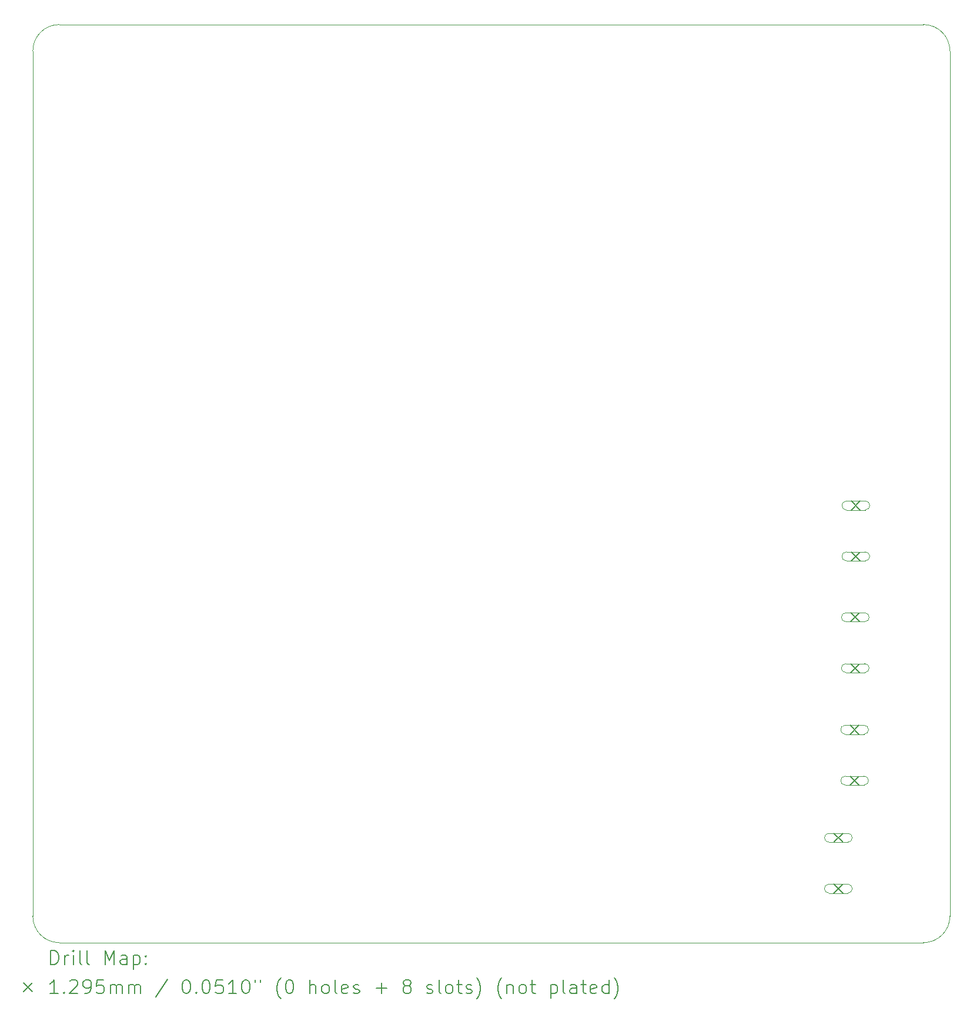
<source format=gbr>
%TF.GenerationSoftware,KiCad,Pcbnew,8.0.6*%
%TF.CreationDate,2025-05-16T10:58:13-04:00*%
%TF.ProjectId,3 - Charge_Pre-Amplifier,33202d20-4368-4617-9267-655f5072652d,rev?*%
%TF.SameCoordinates,Original*%
%TF.FileFunction,Drillmap*%
%TF.FilePolarity,Positive*%
%FSLAX45Y45*%
G04 Gerber Fmt 4.5, Leading zero omitted, Abs format (unit mm)*
G04 Created by KiCad (PCBNEW 8.0.6) date 2025-05-16 10:58:13*
%MOMM*%
%LPD*%
G01*
G04 APERTURE LIST*
%ADD10C,0.050000*%
%ADD11C,0.200000*%
%ADD12C,0.129540*%
%ADD13C,0.100000*%
G04 APERTURE END LIST*
D10*
X21082000Y-18161000D02*
G75*
G02*
X20701000Y-17780000I0J381000D01*
G01*
X21082000Y-4953000D02*
X32893000Y-4953000D01*
X20701000Y-17780000D02*
X20701000Y-7747000D01*
X33909000Y-5334000D02*
X33909000Y-17780000D01*
X33909000Y-17780000D02*
G75*
G02*
X33528000Y-18161000I-381000J0D01*
G01*
X32893000Y-18161000D02*
X21082000Y-18161000D01*
X20701000Y-7747000D02*
X20701000Y-5334000D01*
X33528000Y-4953000D02*
G75*
G02*
X33909000Y-5334000I0J-381000D01*
G01*
X32893000Y-18161000D02*
X33528000Y-18161000D01*
X20701000Y-5334000D02*
G75*
G02*
X21082000Y-4953000I381000J0D01*
G01*
X32893000Y-4953000D02*
X33528000Y-4953000D01*
D11*
D12*
X32237230Y-16587250D02*
X32366770Y-16716790D01*
X32366770Y-16587250D02*
X32237230Y-16716790D01*
D13*
X32437230Y-16587250D02*
X32166770Y-16587250D01*
X32166770Y-16716790D02*
G75*
G02*
X32166770Y-16587250I0J64770D01*
G01*
X32166770Y-16716790D02*
X32437230Y-16716790D01*
X32437230Y-16716790D02*
G75*
G03*
X32437230Y-16587250I0J64770D01*
G01*
D12*
X32237230Y-17319250D02*
X32366770Y-17448790D01*
X32366770Y-17319250D02*
X32237230Y-17448790D01*
D13*
X32437230Y-17319250D02*
X32166770Y-17319250D01*
X32166770Y-17448790D02*
G75*
G02*
X32166770Y-17319250I0J64770D01*
G01*
X32166770Y-17448790D02*
X32437230Y-17448790D01*
X32437230Y-17448790D02*
G75*
G03*
X32437230Y-17319250I0J64770D01*
G01*
D12*
X32471230Y-15033230D02*
X32600770Y-15162770D01*
X32600770Y-15033230D02*
X32471230Y-15162770D01*
D13*
X32671230Y-15033230D02*
X32400770Y-15033230D01*
X32400770Y-15162770D02*
G75*
G02*
X32400770Y-15033230I0J64770D01*
G01*
X32400770Y-15162770D02*
X32671230Y-15162770D01*
X32671230Y-15162770D02*
G75*
G03*
X32671230Y-15033230I0J64770D01*
G01*
D12*
X32471230Y-15765230D02*
X32600770Y-15894770D01*
X32600770Y-15765230D02*
X32471230Y-15894770D01*
D13*
X32671230Y-15765230D02*
X32400770Y-15765230D01*
X32400770Y-15894770D02*
G75*
G02*
X32400770Y-15765230I0J64770D01*
G01*
X32400770Y-15894770D02*
X32671230Y-15894770D01*
X32671230Y-15894770D02*
G75*
G03*
X32671230Y-15765230I0J64770D01*
G01*
D12*
X32481230Y-13415250D02*
X32610770Y-13544790D01*
X32610770Y-13415250D02*
X32481230Y-13544790D01*
D13*
X32681230Y-13415250D02*
X32410770Y-13415250D01*
X32410770Y-13544790D02*
G75*
G02*
X32410770Y-13415250I0J64770D01*
G01*
X32410770Y-13544790D02*
X32681230Y-13544790D01*
X32681230Y-13544790D02*
G75*
G03*
X32681230Y-13415250I0J64770D01*
G01*
D12*
X32481230Y-14147250D02*
X32610770Y-14276790D01*
X32610770Y-14147250D02*
X32481230Y-14276790D01*
D13*
X32681230Y-14147250D02*
X32410770Y-14147250D01*
X32410770Y-14276790D02*
G75*
G02*
X32410770Y-14147250I0J64770D01*
G01*
X32410770Y-14276790D02*
X32681230Y-14276790D01*
X32681230Y-14276790D02*
G75*
G03*
X32681230Y-14147250I0J64770D01*
G01*
D12*
X32489230Y-11807230D02*
X32618770Y-11936770D01*
X32618770Y-11807230D02*
X32489230Y-11936770D01*
D13*
X32689230Y-11807230D02*
X32418770Y-11807230D01*
X32418770Y-11936770D02*
G75*
G02*
X32418770Y-11807230I0J64770D01*
G01*
X32418770Y-11936770D02*
X32689230Y-11936770D01*
X32689230Y-11936770D02*
G75*
G03*
X32689230Y-11807230I0J64770D01*
G01*
D12*
X32489230Y-12539230D02*
X32618770Y-12668770D01*
X32618770Y-12539230D02*
X32489230Y-12668770D01*
D13*
X32689230Y-12539230D02*
X32418770Y-12539230D01*
X32418770Y-12668770D02*
G75*
G02*
X32418770Y-12539230I0J64770D01*
G01*
X32418770Y-12668770D02*
X32689230Y-12668770D01*
X32689230Y-12668770D02*
G75*
G03*
X32689230Y-12539230I0J64770D01*
G01*
D11*
X20959277Y-18474984D02*
X20959277Y-18274984D01*
X20959277Y-18274984D02*
X21006896Y-18274984D01*
X21006896Y-18274984D02*
X21035467Y-18284508D01*
X21035467Y-18284508D02*
X21054515Y-18303555D01*
X21054515Y-18303555D02*
X21064039Y-18322603D01*
X21064039Y-18322603D02*
X21073563Y-18360698D01*
X21073563Y-18360698D02*
X21073563Y-18389270D01*
X21073563Y-18389270D02*
X21064039Y-18427365D01*
X21064039Y-18427365D02*
X21054515Y-18446412D01*
X21054515Y-18446412D02*
X21035467Y-18465460D01*
X21035467Y-18465460D02*
X21006896Y-18474984D01*
X21006896Y-18474984D02*
X20959277Y-18474984D01*
X21159277Y-18474984D02*
X21159277Y-18341650D01*
X21159277Y-18379746D02*
X21168801Y-18360698D01*
X21168801Y-18360698D02*
X21178324Y-18351174D01*
X21178324Y-18351174D02*
X21197372Y-18341650D01*
X21197372Y-18341650D02*
X21216420Y-18341650D01*
X21283086Y-18474984D02*
X21283086Y-18341650D01*
X21283086Y-18274984D02*
X21273563Y-18284508D01*
X21273563Y-18284508D02*
X21283086Y-18294031D01*
X21283086Y-18294031D02*
X21292610Y-18284508D01*
X21292610Y-18284508D02*
X21283086Y-18274984D01*
X21283086Y-18274984D02*
X21283086Y-18294031D01*
X21406896Y-18474984D02*
X21387848Y-18465460D01*
X21387848Y-18465460D02*
X21378324Y-18446412D01*
X21378324Y-18446412D02*
X21378324Y-18274984D01*
X21511658Y-18474984D02*
X21492610Y-18465460D01*
X21492610Y-18465460D02*
X21483086Y-18446412D01*
X21483086Y-18446412D02*
X21483086Y-18274984D01*
X21740229Y-18474984D02*
X21740229Y-18274984D01*
X21740229Y-18274984D02*
X21806896Y-18417841D01*
X21806896Y-18417841D02*
X21873563Y-18274984D01*
X21873563Y-18274984D02*
X21873563Y-18474984D01*
X22054515Y-18474984D02*
X22054515Y-18370222D01*
X22054515Y-18370222D02*
X22044991Y-18351174D01*
X22044991Y-18351174D02*
X22025944Y-18341650D01*
X22025944Y-18341650D02*
X21987848Y-18341650D01*
X21987848Y-18341650D02*
X21968801Y-18351174D01*
X22054515Y-18465460D02*
X22035467Y-18474984D01*
X22035467Y-18474984D02*
X21987848Y-18474984D01*
X21987848Y-18474984D02*
X21968801Y-18465460D01*
X21968801Y-18465460D02*
X21959277Y-18446412D01*
X21959277Y-18446412D02*
X21959277Y-18427365D01*
X21959277Y-18427365D02*
X21968801Y-18408317D01*
X21968801Y-18408317D02*
X21987848Y-18398793D01*
X21987848Y-18398793D02*
X22035467Y-18398793D01*
X22035467Y-18398793D02*
X22054515Y-18389270D01*
X22149753Y-18341650D02*
X22149753Y-18541650D01*
X22149753Y-18351174D02*
X22168801Y-18341650D01*
X22168801Y-18341650D02*
X22206896Y-18341650D01*
X22206896Y-18341650D02*
X22225944Y-18351174D01*
X22225944Y-18351174D02*
X22235467Y-18360698D01*
X22235467Y-18360698D02*
X22244991Y-18379746D01*
X22244991Y-18379746D02*
X22244991Y-18436889D01*
X22244991Y-18436889D02*
X22235467Y-18455936D01*
X22235467Y-18455936D02*
X22225944Y-18465460D01*
X22225944Y-18465460D02*
X22206896Y-18474984D01*
X22206896Y-18474984D02*
X22168801Y-18474984D01*
X22168801Y-18474984D02*
X22149753Y-18465460D01*
X22330705Y-18455936D02*
X22340229Y-18465460D01*
X22340229Y-18465460D02*
X22330705Y-18474984D01*
X22330705Y-18474984D02*
X22321182Y-18465460D01*
X22321182Y-18465460D02*
X22330705Y-18455936D01*
X22330705Y-18455936D02*
X22330705Y-18474984D01*
X22330705Y-18351174D02*
X22340229Y-18360698D01*
X22340229Y-18360698D02*
X22330705Y-18370222D01*
X22330705Y-18370222D02*
X22321182Y-18360698D01*
X22321182Y-18360698D02*
X22330705Y-18351174D01*
X22330705Y-18351174D02*
X22330705Y-18370222D01*
D12*
X20568960Y-18738730D02*
X20698500Y-18868270D01*
X20698500Y-18738730D02*
X20568960Y-18868270D01*
D11*
X21064039Y-18894984D02*
X20949753Y-18894984D01*
X21006896Y-18894984D02*
X21006896Y-18694984D01*
X21006896Y-18694984D02*
X20987848Y-18723555D01*
X20987848Y-18723555D02*
X20968801Y-18742603D01*
X20968801Y-18742603D02*
X20949753Y-18752127D01*
X21149753Y-18875936D02*
X21159277Y-18885460D01*
X21159277Y-18885460D02*
X21149753Y-18894984D01*
X21149753Y-18894984D02*
X21140229Y-18885460D01*
X21140229Y-18885460D02*
X21149753Y-18875936D01*
X21149753Y-18875936D02*
X21149753Y-18894984D01*
X21235467Y-18714031D02*
X21244991Y-18704508D01*
X21244991Y-18704508D02*
X21264039Y-18694984D01*
X21264039Y-18694984D02*
X21311658Y-18694984D01*
X21311658Y-18694984D02*
X21330705Y-18704508D01*
X21330705Y-18704508D02*
X21340229Y-18714031D01*
X21340229Y-18714031D02*
X21349753Y-18733079D01*
X21349753Y-18733079D02*
X21349753Y-18752127D01*
X21349753Y-18752127D02*
X21340229Y-18780698D01*
X21340229Y-18780698D02*
X21225944Y-18894984D01*
X21225944Y-18894984D02*
X21349753Y-18894984D01*
X21444991Y-18894984D02*
X21483086Y-18894984D01*
X21483086Y-18894984D02*
X21502134Y-18885460D01*
X21502134Y-18885460D02*
X21511658Y-18875936D01*
X21511658Y-18875936D02*
X21530705Y-18847365D01*
X21530705Y-18847365D02*
X21540229Y-18809270D01*
X21540229Y-18809270D02*
X21540229Y-18733079D01*
X21540229Y-18733079D02*
X21530705Y-18714031D01*
X21530705Y-18714031D02*
X21521182Y-18704508D01*
X21521182Y-18704508D02*
X21502134Y-18694984D01*
X21502134Y-18694984D02*
X21464039Y-18694984D01*
X21464039Y-18694984D02*
X21444991Y-18704508D01*
X21444991Y-18704508D02*
X21435467Y-18714031D01*
X21435467Y-18714031D02*
X21425944Y-18733079D01*
X21425944Y-18733079D02*
X21425944Y-18780698D01*
X21425944Y-18780698D02*
X21435467Y-18799746D01*
X21435467Y-18799746D02*
X21444991Y-18809270D01*
X21444991Y-18809270D02*
X21464039Y-18818793D01*
X21464039Y-18818793D02*
X21502134Y-18818793D01*
X21502134Y-18818793D02*
X21521182Y-18809270D01*
X21521182Y-18809270D02*
X21530705Y-18799746D01*
X21530705Y-18799746D02*
X21540229Y-18780698D01*
X21721182Y-18694984D02*
X21625944Y-18694984D01*
X21625944Y-18694984D02*
X21616420Y-18790222D01*
X21616420Y-18790222D02*
X21625944Y-18780698D01*
X21625944Y-18780698D02*
X21644991Y-18771174D01*
X21644991Y-18771174D02*
X21692610Y-18771174D01*
X21692610Y-18771174D02*
X21711658Y-18780698D01*
X21711658Y-18780698D02*
X21721182Y-18790222D01*
X21721182Y-18790222D02*
X21730705Y-18809270D01*
X21730705Y-18809270D02*
X21730705Y-18856889D01*
X21730705Y-18856889D02*
X21721182Y-18875936D01*
X21721182Y-18875936D02*
X21711658Y-18885460D01*
X21711658Y-18885460D02*
X21692610Y-18894984D01*
X21692610Y-18894984D02*
X21644991Y-18894984D01*
X21644991Y-18894984D02*
X21625944Y-18885460D01*
X21625944Y-18885460D02*
X21616420Y-18875936D01*
X21816420Y-18894984D02*
X21816420Y-18761650D01*
X21816420Y-18780698D02*
X21825944Y-18771174D01*
X21825944Y-18771174D02*
X21844991Y-18761650D01*
X21844991Y-18761650D02*
X21873563Y-18761650D01*
X21873563Y-18761650D02*
X21892610Y-18771174D01*
X21892610Y-18771174D02*
X21902134Y-18790222D01*
X21902134Y-18790222D02*
X21902134Y-18894984D01*
X21902134Y-18790222D02*
X21911658Y-18771174D01*
X21911658Y-18771174D02*
X21930705Y-18761650D01*
X21930705Y-18761650D02*
X21959277Y-18761650D01*
X21959277Y-18761650D02*
X21978325Y-18771174D01*
X21978325Y-18771174D02*
X21987848Y-18790222D01*
X21987848Y-18790222D02*
X21987848Y-18894984D01*
X22083086Y-18894984D02*
X22083086Y-18761650D01*
X22083086Y-18780698D02*
X22092610Y-18771174D01*
X22092610Y-18771174D02*
X22111658Y-18761650D01*
X22111658Y-18761650D02*
X22140229Y-18761650D01*
X22140229Y-18761650D02*
X22159277Y-18771174D01*
X22159277Y-18771174D02*
X22168801Y-18790222D01*
X22168801Y-18790222D02*
X22168801Y-18894984D01*
X22168801Y-18790222D02*
X22178325Y-18771174D01*
X22178325Y-18771174D02*
X22197372Y-18761650D01*
X22197372Y-18761650D02*
X22225944Y-18761650D01*
X22225944Y-18761650D02*
X22244991Y-18771174D01*
X22244991Y-18771174D02*
X22254515Y-18790222D01*
X22254515Y-18790222D02*
X22254515Y-18894984D01*
X22644991Y-18685460D02*
X22473563Y-18942603D01*
X22902134Y-18694984D02*
X22921182Y-18694984D01*
X22921182Y-18694984D02*
X22940229Y-18704508D01*
X22940229Y-18704508D02*
X22949753Y-18714031D01*
X22949753Y-18714031D02*
X22959277Y-18733079D01*
X22959277Y-18733079D02*
X22968801Y-18771174D01*
X22968801Y-18771174D02*
X22968801Y-18818793D01*
X22968801Y-18818793D02*
X22959277Y-18856889D01*
X22959277Y-18856889D02*
X22949753Y-18875936D01*
X22949753Y-18875936D02*
X22940229Y-18885460D01*
X22940229Y-18885460D02*
X22921182Y-18894984D01*
X22921182Y-18894984D02*
X22902134Y-18894984D01*
X22902134Y-18894984D02*
X22883086Y-18885460D01*
X22883086Y-18885460D02*
X22873563Y-18875936D01*
X22873563Y-18875936D02*
X22864039Y-18856889D01*
X22864039Y-18856889D02*
X22854515Y-18818793D01*
X22854515Y-18818793D02*
X22854515Y-18771174D01*
X22854515Y-18771174D02*
X22864039Y-18733079D01*
X22864039Y-18733079D02*
X22873563Y-18714031D01*
X22873563Y-18714031D02*
X22883086Y-18704508D01*
X22883086Y-18704508D02*
X22902134Y-18694984D01*
X23054515Y-18875936D02*
X23064039Y-18885460D01*
X23064039Y-18885460D02*
X23054515Y-18894984D01*
X23054515Y-18894984D02*
X23044991Y-18885460D01*
X23044991Y-18885460D02*
X23054515Y-18875936D01*
X23054515Y-18875936D02*
X23054515Y-18894984D01*
X23187848Y-18694984D02*
X23206896Y-18694984D01*
X23206896Y-18694984D02*
X23225944Y-18704508D01*
X23225944Y-18704508D02*
X23235467Y-18714031D01*
X23235467Y-18714031D02*
X23244991Y-18733079D01*
X23244991Y-18733079D02*
X23254515Y-18771174D01*
X23254515Y-18771174D02*
X23254515Y-18818793D01*
X23254515Y-18818793D02*
X23244991Y-18856889D01*
X23244991Y-18856889D02*
X23235467Y-18875936D01*
X23235467Y-18875936D02*
X23225944Y-18885460D01*
X23225944Y-18885460D02*
X23206896Y-18894984D01*
X23206896Y-18894984D02*
X23187848Y-18894984D01*
X23187848Y-18894984D02*
X23168801Y-18885460D01*
X23168801Y-18885460D02*
X23159277Y-18875936D01*
X23159277Y-18875936D02*
X23149753Y-18856889D01*
X23149753Y-18856889D02*
X23140229Y-18818793D01*
X23140229Y-18818793D02*
X23140229Y-18771174D01*
X23140229Y-18771174D02*
X23149753Y-18733079D01*
X23149753Y-18733079D02*
X23159277Y-18714031D01*
X23159277Y-18714031D02*
X23168801Y-18704508D01*
X23168801Y-18704508D02*
X23187848Y-18694984D01*
X23435467Y-18694984D02*
X23340229Y-18694984D01*
X23340229Y-18694984D02*
X23330706Y-18790222D01*
X23330706Y-18790222D02*
X23340229Y-18780698D01*
X23340229Y-18780698D02*
X23359277Y-18771174D01*
X23359277Y-18771174D02*
X23406896Y-18771174D01*
X23406896Y-18771174D02*
X23425944Y-18780698D01*
X23425944Y-18780698D02*
X23435467Y-18790222D01*
X23435467Y-18790222D02*
X23444991Y-18809270D01*
X23444991Y-18809270D02*
X23444991Y-18856889D01*
X23444991Y-18856889D02*
X23435467Y-18875936D01*
X23435467Y-18875936D02*
X23425944Y-18885460D01*
X23425944Y-18885460D02*
X23406896Y-18894984D01*
X23406896Y-18894984D02*
X23359277Y-18894984D01*
X23359277Y-18894984D02*
X23340229Y-18885460D01*
X23340229Y-18885460D02*
X23330706Y-18875936D01*
X23635467Y-18894984D02*
X23521182Y-18894984D01*
X23578325Y-18894984D02*
X23578325Y-18694984D01*
X23578325Y-18694984D02*
X23559277Y-18723555D01*
X23559277Y-18723555D02*
X23540229Y-18742603D01*
X23540229Y-18742603D02*
X23521182Y-18752127D01*
X23759277Y-18694984D02*
X23778325Y-18694984D01*
X23778325Y-18694984D02*
X23797372Y-18704508D01*
X23797372Y-18704508D02*
X23806896Y-18714031D01*
X23806896Y-18714031D02*
X23816420Y-18733079D01*
X23816420Y-18733079D02*
X23825944Y-18771174D01*
X23825944Y-18771174D02*
X23825944Y-18818793D01*
X23825944Y-18818793D02*
X23816420Y-18856889D01*
X23816420Y-18856889D02*
X23806896Y-18875936D01*
X23806896Y-18875936D02*
X23797372Y-18885460D01*
X23797372Y-18885460D02*
X23778325Y-18894984D01*
X23778325Y-18894984D02*
X23759277Y-18894984D01*
X23759277Y-18894984D02*
X23740229Y-18885460D01*
X23740229Y-18885460D02*
X23730706Y-18875936D01*
X23730706Y-18875936D02*
X23721182Y-18856889D01*
X23721182Y-18856889D02*
X23711658Y-18818793D01*
X23711658Y-18818793D02*
X23711658Y-18771174D01*
X23711658Y-18771174D02*
X23721182Y-18733079D01*
X23721182Y-18733079D02*
X23730706Y-18714031D01*
X23730706Y-18714031D02*
X23740229Y-18704508D01*
X23740229Y-18704508D02*
X23759277Y-18694984D01*
X23902134Y-18694984D02*
X23902134Y-18733079D01*
X23978325Y-18694984D02*
X23978325Y-18733079D01*
X24273563Y-18971174D02*
X24264039Y-18961650D01*
X24264039Y-18961650D02*
X24244991Y-18933079D01*
X24244991Y-18933079D02*
X24235468Y-18914031D01*
X24235468Y-18914031D02*
X24225944Y-18885460D01*
X24225944Y-18885460D02*
X24216420Y-18837841D01*
X24216420Y-18837841D02*
X24216420Y-18799746D01*
X24216420Y-18799746D02*
X24225944Y-18752127D01*
X24225944Y-18752127D02*
X24235468Y-18723555D01*
X24235468Y-18723555D02*
X24244991Y-18704508D01*
X24244991Y-18704508D02*
X24264039Y-18675936D01*
X24264039Y-18675936D02*
X24273563Y-18666412D01*
X24387848Y-18694984D02*
X24406896Y-18694984D01*
X24406896Y-18694984D02*
X24425944Y-18704508D01*
X24425944Y-18704508D02*
X24435468Y-18714031D01*
X24435468Y-18714031D02*
X24444991Y-18733079D01*
X24444991Y-18733079D02*
X24454515Y-18771174D01*
X24454515Y-18771174D02*
X24454515Y-18818793D01*
X24454515Y-18818793D02*
X24444991Y-18856889D01*
X24444991Y-18856889D02*
X24435468Y-18875936D01*
X24435468Y-18875936D02*
X24425944Y-18885460D01*
X24425944Y-18885460D02*
X24406896Y-18894984D01*
X24406896Y-18894984D02*
X24387848Y-18894984D01*
X24387848Y-18894984D02*
X24368801Y-18885460D01*
X24368801Y-18885460D02*
X24359277Y-18875936D01*
X24359277Y-18875936D02*
X24349753Y-18856889D01*
X24349753Y-18856889D02*
X24340229Y-18818793D01*
X24340229Y-18818793D02*
X24340229Y-18771174D01*
X24340229Y-18771174D02*
X24349753Y-18733079D01*
X24349753Y-18733079D02*
X24359277Y-18714031D01*
X24359277Y-18714031D02*
X24368801Y-18704508D01*
X24368801Y-18704508D02*
X24387848Y-18694984D01*
X24692610Y-18894984D02*
X24692610Y-18694984D01*
X24778325Y-18894984D02*
X24778325Y-18790222D01*
X24778325Y-18790222D02*
X24768801Y-18771174D01*
X24768801Y-18771174D02*
X24749753Y-18761650D01*
X24749753Y-18761650D02*
X24721182Y-18761650D01*
X24721182Y-18761650D02*
X24702134Y-18771174D01*
X24702134Y-18771174D02*
X24692610Y-18780698D01*
X24902134Y-18894984D02*
X24883087Y-18885460D01*
X24883087Y-18885460D02*
X24873563Y-18875936D01*
X24873563Y-18875936D02*
X24864039Y-18856889D01*
X24864039Y-18856889D02*
X24864039Y-18799746D01*
X24864039Y-18799746D02*
X24873563Y-18780698D01*
X24873563Y-18780698D02*
X24883087Y-18771174D01*
X24883087Y-18771174D02*
X24902134Y-18761650D01*
X24902134Y-18761650D02*
X24930706Y-18761650D01*
X24930706Y-18761650D02*
X24949753Y-18771174D01*
X24949753Y-18771174D02*
X24959277Y-18780698D01*
X24959277Y-18780698D02*
X24968801Y-18799746D01*
X24968801Y-18799746D02*
X24968801Y-18856889D01*
X24968801Y-18856889D02*
X24959277Y-18875936D01*
X24959277Y-18875936D02*
X24949753Y-18885460D01*
X24949753Y-18885460D02*
X24930706Y-18894984D01*
X24930706Y-18894984D02*
X24902134Y-18894984D01*
X25083087Y-18894984D02*
X25064039Y-18885460D01*
X25064039Y-18885460D02*
X25054515Y-18866412D01*
X25054515Y-18866412D02*
X25054515Y-18694984D01*
X25235468Y-18885460D02*
X25216420Y-18894984D01*
X25216420Y-18894984D02*
X25178325Y-18894984D01*
X25178325Y-18894984D02*
X25159277Y-18885460D01*
X25159277Y-18885460D02*
X25149753Y-18866412D01*
X25149753Y-18866412D02*
X25149753Y-18790222D01*
X25149753Y-18790222D02*
X25159277Y-18771174D01*
X25159277Y-18771174D02*
X25178325Y-18761650D01*
X25178325Y-18761650D02*
X25216420Y-18761650D01*
X25216420Y-18761650D02*
X25235468Y-18771174D01*
X25235468Y-18771174D02*
X25244991Y-18790222D01*
X25244991Y-18790222D02*
X25244991Y-18809270D01*
X25244991Y-18809270D02*
X25149753Y-18828317D01*
X25321182Y-18885460D02*
X25340230Y-18894984D01*
X25340230Y-18894984D02*
X25378325Y-18894984D01*
X25378325Y-18894984D02*
X25397372Y-18885460D01*
X25397372Y-18885460D02*
X25406896Y-18866412D01*
X25406896Y-18866412D02*
X25406896Y-18856889D01*
X25406896Y-18856889D02*
X25397372Y-18837841D01*
X25397372Y-18837841D02*
X25378325Y-18828317D01*
X25378325Y-18828317D02*
X25349753Y-18828317D01*
X25349753Y-18828317D02*
X25330706Y-18818793D01*
X25330706Y-18818793D02*
X25321182Y-18799746D01*
X25321182Y-18799746D02*
X25321182Y-18790222D01*
X25321182Y-18790222D02*
X25330706Y-18771174D01*
X25330706Y-18771174D02*
X25349753Y-18761650D01*
X25349753Y-18761650D02*
X25378325Y-18761650D01*
X25378325Y-18761650D02*
X25397372Y-18771174D01*
X25644992Y-18818793D02*
X25797373Y-18818793D01*
X25721182Y-18894984D02*
X25721182Y-18742603D01*
X26073563Y-18780698D02*
X26054515Y-18771174D01*
X26054515Y-18771174D02*
X26044992Y-18761650D01*
X26044992Y-18761650D02*
X26035468Y-18742603D01*
X26035468Y-18742603D02*
X26035468Y-18733079D01*
X26035468Y-18733079D02*
X26044992Y-18714031D01*
X26044992Y-18714031D02*
X26054515Y-18704508D01*
X26054515Y-18704508D02*
X26073563Y-18694984D01*
X26073563Y-18694984D02*
X26111658Y-18694984D01*
X26111658Y-18694984D02*
X26130706Y-18704508D01*
X26130706Y-18704508D02*
X26140230Y-18714031D01*
X26140230Y-18714031D02*
X26149753Y-18733079D01*
X26149753Y-18733079D02*
X26149753Y-18742603D01*
X26149753Y-18742603D02*
X26140230Y-18761650D01*
X26140230Y-18761650D02*
X26130706Y-18771174D01*
X26130706Y-18771174D02*
X26111658Y-18780698D01*
X26111658Y-18780698D02*
X26073563Y-18780698D01*
X26073563Y-18780698D02*
X26054515Y-18790222D01*
X26054515Y-18790222D02*
X26044992Y-18799746D01*
X26044992Y-18799746D02*
X26035468Y-18818793D01*
X26035468Y-18818793D02*
X26035468Y-18856889D01*
X26035468Y-18856889D02*
X26044992Y-18875936D01*
X26044992Y-18875936D02*
X26054515Y-18885460D01*
X26054515Y-18885460D02*
X26073563Y-18894984D01*
X26073563Y-18894984D02*
X26111658Y-18894984D01*
X26111658Y-18894984D02*
X26130706Y-18885460D01*
X26130706Y-18885460D02*
X26140230Y-18875936D01*
X26140230Y-18875936D02*
X26149753Y-18856889D01*
X26149753Y-18856889D02*
X26149753Y-18818793D01*
X26149753Y-18818793D02*
X26140230Y-18799746D01*
X26140230Y-18799746D02*
X26130706Y-18790222D01*
X26130706Y-18790222D02*
X26111658Y-18780698D01*
X26378325Y-18885460D02*
X26397373Y-18894984D01*
X26397373Y-18894984D02*
X26435468Y-18894984D01*
X26435468Y-18894984D02*
X26454515Y-18885460D01*
X26454515Y-18885460D02*
X26464039Y-18866412D01*
X26464039Y-18866412D02*
X26464039Y-18856889D01*
X26464039Y-18856889D02*
X26454515Y-18837841D01*
X26454515Y-18837841D02*
X26435468Y-18828317D01*
X26435468Y-18828317D02*
X26406896Y-18828317D01*
X26406896Y-18828317D02*
X26387849Y-18818793D01*
X26387849Y-18818793D02*
X26378325Y-18799746D01*
X26378325Y-18799746D02*
X26378325Y-18790222D01*
X26378325Y-18790222D02*
X26387849Y-18771174D01*
X26387849Y-18771174D02*
X26406896Y-18761650D01*
X26406896Y-18761650D02*
X26435468Y-18761650D01*
X26435468Y-18761650D02*
X26454515Y-18771174D01*
X26578325Y-18894984D02*
X26559277Y-18885460D01*
X26559277Y-18885460D02*
X26549754Y-18866412D01*
X26549754Y-18866412D02*
X26549754Y-18694984D01*
X26683087Y-18894984D02*
X26664039Y-18885460D01*
X26664039Y-18885460D02*
X26654515Y-18875936D01*
X26654515Y-18875936D02*
X26644992Y-18856889D01*
X26644992Y-18856889D02*
X26644992Y-18799746D01*
X26644992Y-18799746D02*
X26654515Y-18780698D01*
X26654515Y-18780698D02*
X26664039Y-18771174D01*
X26664039Y-18771174D02*
X26683087Y-18761650D01*
X26683087Y-18761650D02*
X26711658Y-18761650D01*
X26711658Y-18761650D02*
X26730706Y-18771174D01*
X26730706Y-18771174D02*
X26740230Y-18780698D01*
X26740230Y-18780698D02*
X26749754Y-18799746D01*
X26749754Y-18799746D02*
X26749754Y-18856889D01*
X26749754Y-18856889D02*
X26740230Y-18875936D01*
X26740230Y-18875936D02*
X26730706Y-18885460D01*
X26730706Y-18885460D02*
X26711658Y-18894984D01*
X26711658Y-18894984D02*
X26683087Y-18894984D01*
X26806896Y-18761650D02*
X26883087Y-18761650D01*
X26835468Y-18694984D02*
X26835468Y-18866412D01*
X26835468Y-18866412D02*
X26844992Y-18885460D01*
X26844992Y-18885460D02*
X26864039Y-18894984D01*
X26864039Y-18894984D02*
X26883087Y-18894984D01*
X26940230Y-18885460D02*
X26959277Y-18894984D01*
X26959277Y-18894984D02*
X26997373Y-18894984D01*
X26997373Y-18894984D02*
X27016420Y-18885460D01*
X27016420Y-18885460D02*
X27025944Y-18866412D01*
X27025944Y-18866412D02*
X27025944Y-18856889D01*
X27025944Y-18856889D02*
X27016420Y-18837841D01*
X27016420Y-18837841D02*
X26997373Y-18828317D01*
X26997373Y-18828317D02*
X26968801Y-18828317D01*
X26968801Y-18828317D02*
X26949754Y-18818793D01*
X26949754Y-18818793D02*
X26940230Y-18799746D01*
X26940230Y-18799746D02*
X26940230Y-18790222D01*
X26940230Y-18790222D02*
X26949754Y-18771174D01*
X26949754Y-18771174D02*
X26968801Y-18761650D01*
X26968801Y-18761650D02*
X26997373Y-18761650D01*
X26997373Y-18761650D02*
X27016420Y-18771174D01*
X27092611Y-18971174D02*
X27102135Y-18961650D01*
X27102135Y-18961650D02*
X27121182Y-18933079D01*
X27121182Y-18933079D02*
X27130706Y-18914031D01*
X27130706Y-18914031D02*
X27140230Y-18885460D01*
X27140230Y-18885460D02*
X27149754Y-18837841D01*
X27149754Y-18837841D02*
X27149754Y-18799746D01*
X27149754Y-18799746D02*
X27140230Y-18752127D01*
X27140230Y-18752127D02*
X27130706Y-18723555D01*
X27130706Y-18723555D02*
X27121182Y-18704508D01*
X27121182Y-18704508D02*
X27102135Y-18675936D01*
X27102135Y-18675936D02*
X27092611Y-18666412D01*
X27454516Y-18971174D02*
X27444992Y-18961650D01*
X27444992Y-18961650D02*
X27425944Y-18933079D01*
X27425944Y-18933079D02*
X27416420Y-18914031D01*
X27416420Y-18914031D02*
X27406896Y-18885460D01*
X27406896Y-18885460D02*
X27397373Y-18837841D01*
X27397373Y-18837841D02*
X27397373Y-18799746D01*
X27397373Y-18799746D02*
X27406896Y-18752127D01*
X27406896Y-18752127D02*
X27416420Y-18723555D01*
X27416420Y-18723555D02*
X27425944Y-18704508D01*
X27425944Y-18704508D02*
X27444992Y-18675936D01*
X27444992Y-18675936D02*
X27454516Y-18666412D01*
X27530706Y-18761650D02*
X27530706Y-18894984D01*
X27530706Y-18780698D02*
X27540230Y-18771174D01*
X27540230Y-18771174D02*
X27559277Y-18761650D01*
X27559277Y-18761650D02*
X27587849Y-18761650D01*
X27587849Y-18761650D02*
X27606896Y-18771174D01*
X27606896Y-18771174D02*
X27616420Y-18790222D01*
X27616420Y-18790222D02*
X27616420Y-18894984D01*
X27740230Y-18894984D02*
X27721182Y-18885460D01*
X27721182Y-18885460D02*
X27711658Y-18875936D01*
X27711658Y-18875936D02*
X27702135Y-18856889D01*
X27702135Y-18856889D02*
X27702135Y-18799746D01*
X27702135Y-18799746D02*
X27711658Y-18780698D01*
X27711658Y-18780698D02*
X27721182Y-18771174D01*
X27721182Y-18771174D02*
X27740230Y-18761650D01*
X27740230Y-18761650D02*
X27768801Y-18761650D01*
X27768801Y-18761650D02*
X27787849Y-18771174D01*
X27787849Y-18771174D02*
X27797373Y-18780698D01*
X27797373Y-18780698D02*
X27806896Y-18799746D01*
X27806896Y-18799746D02*
X27806896Y-18856889D01*
X27806896Y-18856889D02*
X27797373Y-18875936D01*
X27797373Y-18875936D02*
X27787849Y-18885460D01*
X27787849Y-18885460D02*
X27768801Y-18894984D01*
X27768801Y-18894984D02*
X27740230Y-18894984D01*
X27864039Y-18761650D02*
X27940230Y-18761650D01*
X27892611Y-18694984D02*
X27892611Y-18866412D01*
X27892611Y-18866412D02*
X27902135Y-18885460D01*
X27902135Y-18885460D02*
X27921182Y-18894984D01*
X27921182Y-18894984D02*
X27940230Y-18894984D01*
X28159277Y-18761650D02*
X28159277Y-18961650D01*
X28159277Y-18771174D02*
X28178325Y-18761650D01*
X28178325Y-18761650D02*
X28216420Y-18761650D01*
X28216420Y-18761650D02*
X28235468Y-18771174D01*
X28235468Y-18771174D02*
X28244992Y-18780698D01*
X28244992Y-18780698D02*
X28254516Y-18799746D01*
X28254516Y-18799746D02*
X28254516Y-18856889D01*
X28254516Y-18856889D02*
X28244992Y-18875936D01*
X28244992Y-18875936D02*
X28235468Y-18885460D01*
X28235468Y-18885460D02*
X28216420Y-18894984D01*
X28216420Y-18894984D02*
X28178325Y-18894984D01*
X28178325Y-18894984D02*
X28159277Y-18885460D01*
X28368801Y-18894984D02*
X28349754Y-18885460D01*
X28349754Y-18885460D02*
X28340230Y-18866412D01*
X28340230Y-18866412D02*
X28340230Y-18694984D01*
X28530706Y-18894984D02*
X28530706Y-18790222D01*
X28530706Y-18790222D02*
X28521182Y-18771174D01*
X28521182Y-18771174D02*
X28502135Y-18761650D01*
X28502135Y-18761650D02*
X28464039Y-18761650D01*
X28464039Y-18761650D02*
X28444992Y-18771174D01*
X28530706Y-18885460D02*
X28511658Y-18894984D01*
X28511658Y-18894984D02*
X28464039Y-18894984D01*
X28464039Y-18894984D02*
X28444992Y-18885460D01*
X28444992Y-18885460D02*
X28435468Y-18866412D01*
X28435468Y-18866412D02*
X28435468Y-18847365D01*
X28435468Y-18847365D02*
X28444992Y-18828317D01*
X28444992Y-18828317D02*
X28464039Y-18818793D01*
X28464039Y-18818793D02*
X28511658Y-18818793D01*
X28511658Y-18818793D02*
X28530706Y-18809270D01*
X28597373Y-18761650D02*
X28673563Y-18761650D01*
X28625944Y-18694984D02*
X28625944Y-18866412D01*
X28625944Y-18866412D02*
X28635468Y-18885460D01*
X28635468Y-18885460D02*
X28654516Y-18894984D01*
X28654516Y-18894984D02*
X28673563Y-18894984D01*
X28816420Y-18885460D02*
X28797373Y-18894984D01*
X28797373Y-18894984D02*
X28759277Y-18894984D01*
X28759277Y-18894984D02*
X28740230Y-18885460D01*
X28740230Y-18885460D02*
X28730706Y-18866412D01*
X28730706Y-18866412D02*
X28730706Y-18790222D01*
X28730706Y-18790222D02*
X28740230Y-18771174D01*
X28740230Y-18771174D02*
X28759277Y-18761650D01*
X28759277Y-18761650D02*
X28797373Y-18761650D01*
X28797373Y-18761650D02*
X28816420Y-18771174D01*
X28816420Y-18771174D02*
X28825944Y-18790222D01*
X28825944Y-18790222D02*
X28825944Y-18809270D01*
X28825944Y-18809270D02*
X28730706Y-18828317D01*
X28997373Y-18894984D02*
X28997373Y-18694984D01*
X28997373Y-18885460D02*
X28978325Y-18894984D01*
X28978325Y-18894984D02*
X28940230Y-18894984D01*
X28940230Y-18894984D02*
X28921182Y-18885460D01*
X28921182Y-18885460D02*
X28911658Y-18875936D01*
X28911658Y-18875936D02*
X28902135Y-18856889D01*
X28902135Y-18856889D02*
X28902135Y-18799746D01*
X28902135Y-18799746D02*
X28911658Y-18780698D01*
X28911658Y-18780698D02*
X28921182Y-18771174D01*
X28921182Y-18771174D02*
X28940230Y-18761650D01*
X28940230Y-18761650D02*
X28978325Y-18761650D01*
X28978325Y-18761650D02*
X28997373Y-18771174D01*
X29073563Y-18971174D02*
X29083087Y-18961650D01*
X29083087Y-18961650D02*
X29102135Y-18933079D01*
X29102135Y-18933079D02*
X29111658Y-18914031D01*
X29111658Y-18914031D02*
X29121182Y-18885460D01*
X29121182Y-18885460D02*
X29130706Y-18837841D01*
X29130706Y-18837841D02*
X29130706Y-18799746D01*
X29130706Y-18799746D02*
X29121182Y-18752127D01*
X29121182Y-18752127D02*
X29111658Y-18723555D01*
X29111658Y-18723555D02*
X29102135Y-18704508D01*
X29102135Y-18704508D02*
X29083087Y-18675936D01*
X29083087Y-18675936D02*
X29073563Y-18666412D01*
M02*

</source>
